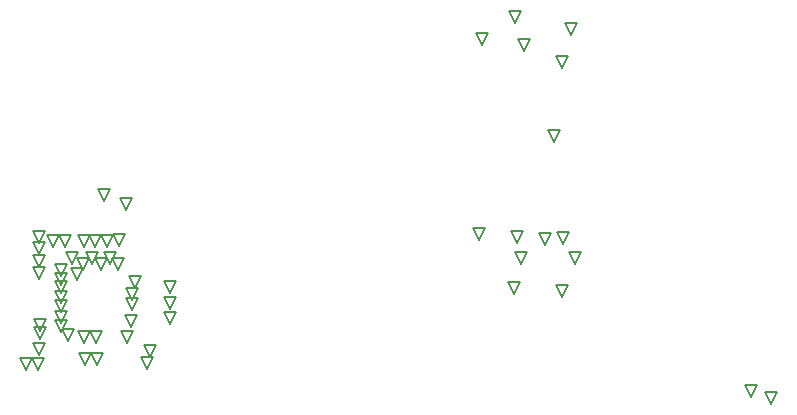
<source format=gbr>
%TF.GenerationSoftware,Altium Limited,Altium Designer,22.6.1 (34)*%
G04 Layer_Color=2752767*
%FSLAX45Y45*%
%MOMM*%
%TF.SameCoordinates,07F994AE-BB1C-4BEA-A643-928B9DFDCC76*%
%TF.FilePolarity,Positive*%
%TF.FileFunction,Drawing*%
%TF.Part,Single*%
G01*
G75*
%TA.AperFunction,NonConductor*%
%ADD191C,0.12700*%
D191*
X5226531Y1771824D02*
X5175731Y1873424D01*
X5277331D01*
X5226531Y1771824D01*
X1205000Y1254200D02*
X1154200Y1355800D01*
X1255800D01*
X1205000Y1254200D01*
X1215000Y1394200D02*
X1164200Y1495800D01*
X1265800D01*
X1215000Y1394200D01*
X1090000Y1129200D02*
X1039200Y1230800D01*
X1140800D01*
X1090000Y1129200D01*
X1190000D02*
X1139200Y1230800D01*
X1240800D01*
X1190000Y1129200D01*
X1755000Y2559200D02*
X1704200Y2660800D01*
X1805800D01*
X1755000Y2559200D01*
X1940000Y2484200D02*
X1889200Y2585800D01*
X1990800D01*
X1940000Y2484200D01*
X5630000Y1749200D02*
X5579200Y1850800D01*
X5680800D01*
X5630000Y1749200D01*
X5490000Y2189200D02*
X5439200Y2290800D01*
X5540800D01*
X5490000Y2189200D01*
X5640000Y2199200D02*
X5589200Y2300800D01*
X5690800D01*
X5640000Y2199200D01*
X7230000Y899200D02*
X7179200Y1000800D01*
X7280800D01*
X7230000Y899200D01*
X7400000Y839200D02*
X7349200Y940800D01*
X7450800D01*
X7400000Y839200D01*
X4930000Y2229200D02*
X4879200Y2330800D01*
X4980800D01*
X4930000Y2229200D01*
X5250000Y2209200D02*
X5199200Y2310800D01*
X5300800D01*
X5250000Y2209200D01*
X5280000Y2029200D02*
X5229200Y2130800D01*
X5330800D01*
X5280000Y2029200D01*
X5230000Y4069200D02*
X5179200Y4170800D01*
X5280800D01*
X5230000Y4069200D01*
X5710000Y3969200D02*
X5659200Y4070800D01*
X5760800D01*
X5710000Y3969200D01*
X5630000Y3689200D02*
X5579200Y3790800D01*
X5680800D01*
X5630000Y3689200D01*
X1983499Y1491500D02*
X1932699Y1593100D01*
X2034299D01*
X1983499Y1491500D01*
X1986649Y1636400D02*
X1935849Y1738000D01*
X2037449D01*
X1986649Y1636400D01*
Y1724600D02*
X1935849Y1826200D01*
X2037449D01*
X1986649Y1724600D01*
X1520449Y1888400D02*
X1469649Y1990000D01*
X1571249D01*
X1520449Y1888400D01*
X2012499Y1824200D02*
X1961699Y1925800D01*
X2063299D01*
X2012499Y1824200D01*
X1590000Y1174200D02*
X1539200Y1275800D01*
X1640800D01*
X1590000Y1174200D01*
X1690000D02*
X1639200Y1275800D01*
X1740800D01*
X1690000Y1174200D01*
X1200000Y2209200D02*
X1149200Y2310800D01*
X1250800D01*
X1200000Y2209200D01*
Y2109200D02*
X1149200Y2210800D01*
X1250800D01*
X1200000Y2109200D01*
X1325000Y2174200D02*
X1274200Y2275800D01*
X1375800D01*
X1325000Y2174200D01*
X1425000D02*
X1374200Y2275800D01*
X1475800D01*
X1425000Y2174200D01*
X1200000Y1999200D02*
X1149200Y2100800D01*
X1250800D01*
X1200000Y1999200D01*
Y1899200D02*
X1149200Y2000800D01*
X1250800D01*
X1200000Y1899200D01*
X1481250Y2024200D02*
X1430450Y2125800D01*
X1532050D01*
X1481250Y2024200D01*
X1649999D02*
X1599199Y2125800D01*
X1700799D01*
X1649999Y2024200D01*
X1799999D02*
X1749199Y2125800D01*
X1850799D01*
X1799999Y2024200D01*
X1874999Y1980450D02*
X1824199Y2082050D01*
X1925799D01*
X1874999Y1980450D01*
X1724999D02*
X1674199Y2082050D01*
X1775799D01*
X1724999Y1980450D01*
X1574999D02*
X1524199Y2082050D01*
X1625799D01*
X1574999Y1980450D01*
X1949999Y1361700D02*
X1899199Y1463300D01*
X2000799D01*
X1949999Y1361700D01*
X1687499D02*
X1636699Y1463300D01*
X1738299D01*
X1687499Y1361700D01*
X1587499D02*
X1536699Y1463300D01*
X1638299D01*
X1587499Y1361700D01*
X1443749Y1374200D02*
X1392949Y1475800D01*
X1494549D01*
X1443749Y1374200D01*
X1387499Y1449200D02*
X1336699Y1550800D01*
X1438299D01*
X1387499Y1449200D01*
Y1530450D02*
X1336699Y1632050D01*
X1438299D01*
X1387499Y1530450D01*
Y1617950D02*
X1336699Y1719550D01*
X1438299D01*
X1387499Y1617950D01*
Y1699200D02*
X1336699Y1800800D01*
X1438299D01*
X1387499Y1699200D01*
Y1780450D02*
X1336699Y1882050D01*
X1438299D01*
X1387499Y1780450D01*
Y1849200D02*
X1336699Y1950800D01*
X1438299D01*
X1387499Y1849200D01*
Y1924200D02*
X1336699Y2025800D01*
X1438299D01*
X1387499Y1924200D01*
X5740000Y2029200D02*
X5689200Y2130800D01*
X5790800D01*
X5740000Y2029200D01*
X2310000Y1779200D02*
X2259200Y1880800D01*
X2360800D01*
X2310000Y1779200D01*
Y1649200D02*
X2259200Y1750800D01*
X2360800D01*
X2310000Y1649200D01*
Y1519200D02*
X2259200Y1620800D01*
X2360800D01*
X2310000Y1519200D01*
X4950000Y3879200D02*
X4899200Y3980800D01*
X5000800D01*
X4950000Y3879200D01*
X1880000Y2179200D02*
X1829200Y2280800D01*
X1930800D01*
X1880000Y2179200D01*
X2120000Y1139200D02*
X2069200Y1240800D01*
X2170800D01*
X2120000Y1139200D01*
X2140000Y1239200D02*
X2089200Y1340800D01*
X2190800D01*
X2140000Y1239200D01*
X5560000Y3059200D02*
X5509200Y3160800D01*
X5610800D01*
X5560000Y3059200D01*
X5310000Y3829200D02*
X5259200Y3930800D01*
X5360800D01*
X5310000Y3829200D01*
X1779999Y2174200D02*
X1729199Y2275800D01*
X1830799D01*
X1779999Y2174200D01*
X1679999D02*
X1629199Y2275800D01*
X1730799D01*
X1679999Y2174200D01*
X1579999D02*
X1529199Y2275800D01*
X1630799D01*
X1579999Y2174200D01*
X1215000Y1464200D02*
X1164200Y1565800D01*
X1265800D01*
X1215000Y1464200D01*
%TF.MD5,cc0b03b878dff743c0c9b232951f597e*%
M02*

</source>
